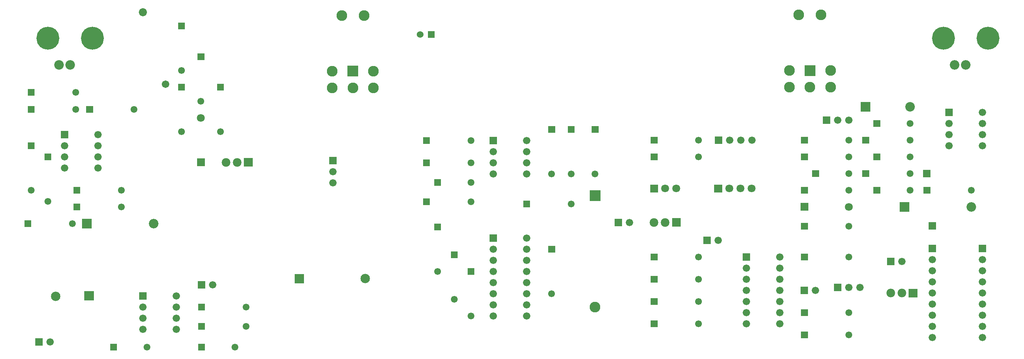
<source format=gbr>
G04 start of page 7 for group -4062 idx -4062 *
G04 Title: (unknown), soldermask *
G04 Creator: pcb 20110918 *
G04 CreationDate: Thu Feb 14 20:38:59 2013 UTC *
G04 For: fosse *
G04 Format: Gerber/RS-274X *
G04 PCB-Dimensions: 893500 333500 *
G04 PCB-Coordinate-Origin: lower left *
%MOIN*%
%FSLAX25Y25*%
%LNBOTTOMMASK*%
%ADD184C,0.0960*%
%ADD183C,0.0600*%
%ADD182C,0.0710*%
%ADD181C,0.0780*%
%ADD180C,0.0722*%
%ADD179C,0.0672*%
%ADD178C,0.2060*%
%ADD177C,0.0860*%
%ADD176C,0.0847*%
%ADD175C,0.0660*%
%ADD174C,0.0610*%
%ADD173C,0.0001*%
G54D173*G36*
X165950Y28050D02*Y21950D01*
X172050D01*
Y28050D01*
X165950D01*
G37*
G36*
X86950D02*Y21950D01*
X93050D01*
Y28050D01*
X86950D01*
G37*
G54D174*X120000Y25000D03*
G54D173*G36*
X19700Y32800D02*Y26200D01*
X26300D01*
Y32800D01*
X19700D01*
G37*
G54D175*X33000Y29500D03*
G54D174*X199000Y25000D03*
G54D173*G36*
X165950Y64050D02*Y57950D01*
X172050D01*
Y64050D01*
X165950D01*
G37*
G36*
X165700Y84300D02*Y77700D01*
X172300D01*
Y84300D01*
X165700D01*
G37*
G54D175*X179000Y81000D03*
G54D173*G36*
X165950Y46550D02*Y40450D01*
X172050D01*
Y46550D01*
X165950D01*
G37*
G54D175*X116500Y41000D03*
X146500D03*
Y51000D03*
Y61000D03*
Y71000D03*
G54D174*X209000Y43500D03*
G54D173*G36*
X63763Y75237D02*Y66763D01*
X72237D01*
Y75237D01*
X63763D01*
G37*
G54D176*X38078Y70607D03*
G54D173*G36*
X113200Y74300D02*Y67700D01*
X119800D01*
Y74300D01*
X113200D01*
G37*
G54D175*X116500Y61000D03*
Y51000D03*
G54D173*G36*
X65450Y241550D02*Y235450D01*
X71550D01*
Y241550D01*
X65450D01*
G37*
G54D174*X108500Y238500D03*
G54D173*G36*
X12950Y257050D02*Y250950D01*
X19050D01*
Y257050D01*
X12950D01*
G37*
G54D174*X56000Y254000D03*
G54D173*G36*
X12950Y241550D02*Y235450D01*
X19050D01*
Y241550D01*
X12950D01*
G37*
G54D174*X56000Y238500D03*
G54D177*X41000Y278500D03*
G54D178*X31000Y302500D03*
X71000D03*
G54D173*G36*
X147950Y316550D02*Y310450D01*
X154050D01*
Y316550D01*
X147950D01*
G37*
G54D174*X151000Y273500D03*
G54D173*G36*
X147950Y261550D02*Y255450D01*
X154050D01*
Y261550D01*
X147950D01*
G37*
G54D174*X151000Y218500D03*
G54D179*X136823Y261228D03*
G54D180*X116351Y325795D03*
G54D174*X209000Y61000D03*
G54D173*G36*
X252736Y90737D02*Y82263D01*
X261210D01*
Y90737D01*
X252736D01*
G37*
G36*
X207100Y194900D02*Y187100D01*
X214900D01*
Y194900D01*
X207100D01*
G37*
G54D181*X201000Y191000D03*
X191000D03*
G54D173*G36*
X283700Y195800D02*Y189200D01*
X290300D01*
Y195800D01*
X283700D01*
G37*
G54D175*X287000Y182500D03*
Y172500D03*
G54D173*G36*
X164950Y194550D02*Y187450D01*
X172050D01*
Y194550D01*
X164950D01*
G37*
G54D182*X168500Y231000D03*
G54D173*G36*
X165450Y289050D02*Y282950D01*
X171550D01*
Y289050D01*
X165450D01*
G37*
G54D174*X168500Y246000D03*
G54D173*G36*
X182950Y261550D02*Y255450D01*
X189050D01*
Y261550D01*
X182950D01*
G37*
G54D174*X186000Y218500D03*
G54D173*G36*
X367950Y158550D02*Y152450D01*
X374050D01*
Y158550D01*
X367950D01*
G37*
G54D174*X411000Y155500D03*
Y190500D03*
Y173000D03*
Y210500D03*
G54D173*G36*
X377950Y136050D02*Y129950D01*
X384050D01*
Y136050D01*
X377950D01*
G37*
G36*
Y176050D02*Y169950D01*
X384050D01*
Y176050D01*
X377950D01*
G37*
G36*
X392950Y111050D02*Y104950D01*
X399050D01*
Y111050D01*
X392950D01*
G37*
G36*
X407950Y96050D02*Y89950D01*
X414050D01*
Y96050D01*
X407950D01*
G37*
G54D174*X411000Y53000D03*
G54D176*X316028Y86500D03*
G54D174*X381000Y93000D03*
X396000Y68000D03*
G54D173*G36*
X367950Y193550D02*Y187450D01*
X374050D01*
Y193550D01*
X367950D01*
G37*
G36*
Y213550D02*Y207450D01*
X374050D01*
Y213550D01*
X367950D01*
G37*
G36*
X372500Y309000D02*Y303000D01*
X378500D01*
Y309000D01*
X372500D01*
G37*
G54D183*X365500Y306000D03*
G54D184*X295000Y323000D03*
X315000D03*
G54D173*G36*
X300200Y277800D02*Y268200D01*
X309800D01*
Y277800D01*
X300200D01*
G37*
G54D184*X323500Y273000D03*
X286500D03*
Y258000D03*
X305000D03*
X323500D03*
G54D177*X51000Y278500D03*
G54D173*G36*
X53950Y169050D02*Y162950D01*
X60050D01*
Y169050D01*
X53950D01*
G37*
G36*
Y154050D02*Y147950D01*
X60050D01*
Y154050D01*
X53950D01*
G37*
G54D174*X53000Y136000D03*
G54D173*G36*
X61700Y140300D02*Y131700D01*
X70300D01*
Y140300D01*
X61700D01*
G37*
G54D177*X126000Y136000D03*
G54D174*X97000Y166000D03*
Y151000D03*
X16000Y166000D03*
X31000Y156000D03*
G54D173*G36*
X9950Y139050D02*Y132950D01*
X16050D01*
Y139050D01*
X9950D01*
G37*
G36*
X12950Y209050D02*Y202950D01*
X19050D01*
Y209050D01*
X12950D01*
G37*
G36*
X27950Y199050D02*Y192950D01*
X34050D01*
Y199050D01*
X27950D01*
G37*
G36*
X42700Y219300D02*Y212700D01*
X49300D01*
Y219300D01*
X42700D01*
G37*
G54D175*X46000Y206000D03*
Y196000D03*
X76000D03*
Y206000D03*
Y216000D03*
X46000Y186000D03*
X76000D03*
G54D173*G36*
X772450Y229050D02*Y222950D01*
X778550D01*
Y229050D01*
X772450D01*
G37*
G54D174*X805500Y226000D03*
G54D173*G36*
X762450Y214050D02*Y207950D01*
X768550D01*
Y214050D01*
X762450D01*
G37*
G54D174*X805500Y211000D03*
Y196000D03*
G54D173*G36*
X727200Y232300D02*Y225700D01*
X733800D01*
Y232300D01*
X727200D01*
G37*
G36*
X707450Y136550D02*Y130450D01*
X713550D01*
Y136550D01*
X707450D01*
G37*
G36*
Y169050D02*Y162950D01*
X713550D01*
Y169050D01*
X707450D01*
G37*
G36*
X717450Y184050D02*Y177950D01*
X723550D01*
Y184050D01*
X717450D01*
G37*
G54D175*X740500Y229000D03*
X750500D03*
G54D174*Y133500D03*
Y211000D03*
Y166000D03*
Y181000D03*
G54D173*G36*
X707450Y199050D02*Y192950D01*
X713550D01*
Y199050D01*
X707450D01*
G37*
G54D174*X750500Y196000D03*
G54D173*G36*
X707450Y214050D02*Y207950D01*
X713550D01*
Y214050D01*
X707450D01*
G37*
G36*
X762450Y184050D02*Y177950D01*
X768550D01*
Y184050D01*
X762450D01*
G37*
G36*
X772450Y199050D02*Y192950D01*
X778550D01*
Y199050D01*
X772450D01*
G37*
G54D182*X750500Y151000D03*
G54D173*G36*
X796200Y155300D02*Y146700D01*
X804800D01*
Y155300D01*
X796200D01*
G37*
G36*
X761200Y245300D02*Y236700D01*
X769800D01*
Y245300D01*
X761200D01*
G37*
G54D177*X805500Y241000D03*
G54D173*G36*
X837200Y239300D02*Y232700D01*
X843800D01*
Y239300D01*
X837200D01*
G37*
G54D175*X840500Y226000D03*
Y216000D03*
Y206000D03*
G54D184*X705500Y323500D03*
G54D173*G36*
X710700Y278300D02*Y268700D01*
X720300D01*
Y278300D01*
X710700D01*
G37*
G54D184*X697000Y273500D03*
Y258500D03*
X715500D03*
X725500Y323500D03*
X734000Y273500D03*
Y258500D03*
G54D177*X845500Y278500D03*
G54D178*X835500Y302500D03*
G54D177*X855500Y278500D03*
G54D178*X875500Y302500D03*
G54D173*G36*
X817450Y169050D02*Y162950D01*
X823550D01*
Y169050D01*
X817450D01*
G37*
G54D174*X860500Y166000D03*
G54D173*G36*
X772450Y169050D02*Y162950D01*
X778550D01*
Y169050D01*
X772450D01*
G37*
G54D174*X805500Y166000D03*
Y181000D03*
G54D173*G36*
X817200Y184300D02*Y177700D01*
X823800D01*
Y184300D01*
X817200D01*
G37*
G54D177*X860500Y151000D03*
G54D175*X870500Y206000D03*
Y216000D03*
Y226000D03*
Y236000D03*
G54D173*G36*
X822200Y137300D02*Y130700D01*
X828800D01*
Y137300D01*
X822200D01*
G37*
G36*
Y116800D02*Y110200D01*
X828800D01*
Y116800D01*
X822200D01*
G37*
G36*
X867200D02*Y110200D01*
X873800D01*
Y116800D01*
X867200D01*
G37*
G54D175*X870500Y103500D03*
Y93500D03*
Y83500D03*
Y73500D03*
X760500Y78500D03*
X825500Y73500D03*
G54D173*G36*
X804100Y77400D02*Y69600D01*
X811900D01*
Y77400D01*
X804100D01*
G37*
G54D181*X798000Y73500D03*
X788000D03*
G54D175*X870500Y63500D03*
X825500D03*
Y53500D03*
Y43500D03*
Y33500D03*
X870500Y53500D03*
Y43500D03*
Y33500D03*
G54D173*G36*
X784700Y105300D02*Y98700D01*
X791300D01*
Y105300D01*
X784700D01*
G37*
G54D175*X798000Y102000D03*
X825500Y103500D03*
Y93500D03*
Y83500D03*
G54D173*G36*
X629450Y171050D02*Y163950D01*
X636550D01*
Y171050D01*
X629450D01*
G37*
G54D182*X643000Y167500D03*
X653000D03*
X663000D03*
G54D173*G36*
X630200Y214300D02*Y207700D01*
X636800D01*
Y214300D01*
X630200D01*
G37*
G54D175*X643500Y211000D03*
X653500D03*
X663500D03*
G54D173*G36*
X572450Y214050D02*Y207950D01*
X578550D01*
Y214050D01*
X572450D01*
G37*
G54D174*X615500Y211000D03*
G54D173*G36*
X572450Y199050D02*Y192950D01*
X578550D01*
Y199050D01*
X572450D01*
G37*
G54D174*X615500Y196000D03*
G54D173*G36*
X707450Y39050D02*Y32950D01*
X713550D01*
Y39050D01*
X707450D01*
G37*
G54D174*X750500Y36000D03*
G54D175*Y78500D03*
G54D174*Y56000D03*
G54D173*G36*
X707450Y109050D02*Y102950D01*
X713550D01*
Y109050D01*
X707450D01*
G37*
G54D174*X750500Y106000D03*
G54D173*G36*
X706950Y154550D02*Y147450D01*
X714050D01*
Y154550D01*
X706950D01*
G37*
G36*
X707200Y79300D02*Y72700D01*
X713800D01*
Y79300D01*
X707200D01*
G37*
G54D175*X720500Y76000D03*
G54D173*G36*
X737200Y81800D02*Y75200D01*
X743800D01*
Y81800D01*
X737200D01*
G37*
G36*
X707450Y59050D02*Y52950D01*
X713550D01*
Y59050D01*
X707450D01*
G37*
G36*
X619700Y124300D02*Y117700D01*
X626300D01*
Y124300D01*
X619700D01*
G37*
G54D175*X633000Y121000D03*
G54D173*G36*
X480450Y116050D02*Y109950D01*
X486550D01*
Y116050D01*
X480450D01*
G37*
G36*
X572450Y69050D02*Y62950D01*
X578550D01*
Y69050D01*
X572450D01*
G37*
G36*
Y49050D02*Y42950D01*
X578550D01*
Y49050D01*
X572450D01*
G37*
G54D184*X522500Y61000D03*
G54D174*X483500Y73000D03*
G54D173*G36*
X571950Y171050D02*Y163950D01*
X579050D01*
Y171050D01*
X571950D01*
G37*
G54D182*X585500Y167500D03*
X595500D03*
G54D173*G36*
X591600Y140900D02*Y133100D01*
X599400D01*
Y140900D01*
X591600D01*
G37*
G54D181*X585500Y137000D03*
X575500D03*
G54D173*G36*
X457950Y156550D02*Y150450D01*
X464050D01*
Y156550D01*
X457950D01*
G37*
G54D174*X501000Y153500D03*
G54D173*G36*
X540200Y140300D02*Y133700D01*
X546800D01*
Y140300D01*
X540200D01*
G37*
G54D175*X553500Y137000D03*
G54D173*G36*
X517700Y165800D02*Y156200D01*
X527300D01*
Y165800D01*
X517700D01*
G37*
G36*
X519450Y223550D02*Y217450D01*
X525550D01*
Y223550D01*
X519450D01*
G37*
G36*
X497950D02*Y217450D01*
X504050D01*
Y223550D01*
X497950D01*
G37*
G36*
X480450D02*Y217450D01*
X486550D01*
Y223550D01*
X480450D01*
G37*
G54D174*X522500Y180500D03*
X501000D03*
X483500D03*
G54D175*X461000D03*
G54D173*G36*
X427700Y213800D02*Y207200D01*
X434300D01*
Y213800D01*
X427700D01*
G37*
G54D175*X461000Y210500D03*
X431000Y200500D03*
X461000D03*
X431000Y190500D03*
Y180500D03*
X461000Y190500D03*
G54D173*G36*
X427700Y126300D02*Y119700D01*
X434300D01*
Y126300D01*
X427700D01*
G37*
G54D175*X431000Y113000D03*
Y103000D03*
Y93000D03*
Y83000D03*
X461000D03*
Y93000D03*
Y103000D03*
Y113000D03*
Y123000D03*
X431000Y73000D03*
Y63000D03*
Y53000D03*
X461000D03*
Y63000D03*
Y73000D03*
G54D173*G36*
X572450Y109050D02*Y102950D01*
X578550D01*
Y109050D01*
X572450D01*
G37*
G54D174*X615500Y106000D03*
G54D173*G36*
X572450Y89050D02*Y82950D01*
X578550D01*
Y89050D01*
X572450D01*
G37*
G54D174*X615500Y66000D03*
Y46000D03*
Y86000D03*
G54D173*G36*
X655200Y109300D02*Y102700D01*
X661800D01*
Y109300D01*
X655200D01*
G37*
G54D175*X658500Y96000D03*
Y86000D03*
Y76000D03*
X688500D03*
Y86000D03*
Y96000D03*
Y106000D03*
X658500Y66000D03*
X688500D03*
X658500Y56000D03*
Y46000D03*
X688500D03*
Y56000D03*
M02*

</source>
